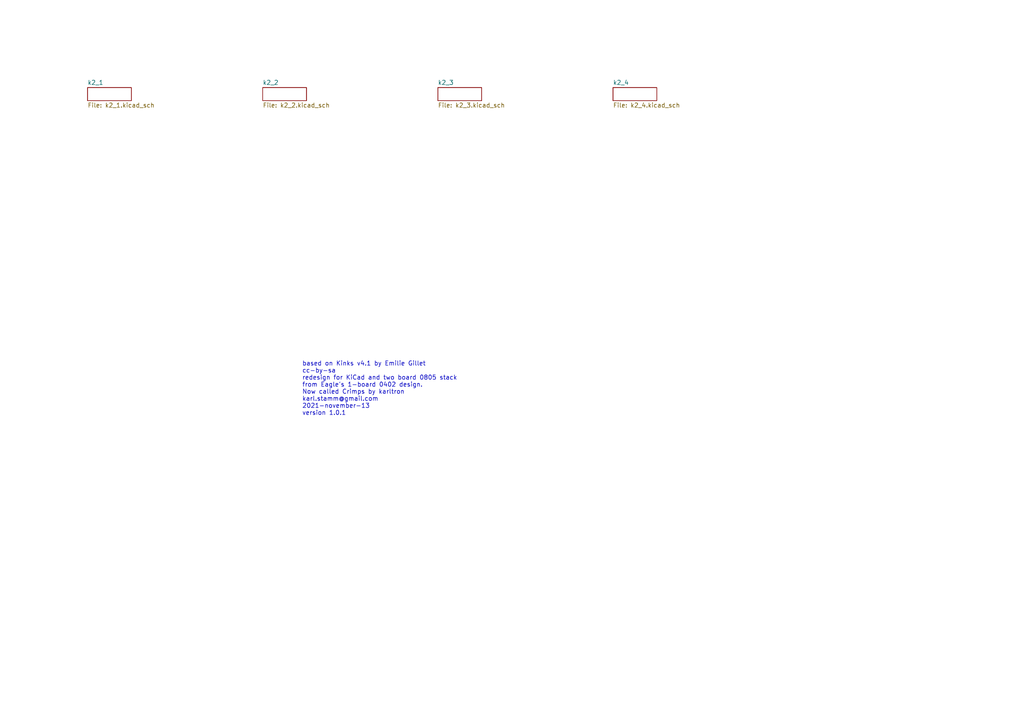
<source format=kicad_sch>
(kicad_sch (version 20230121) (generator eeschema)
  (paper "A4")
  (lib_symbols)
  (text "based on Kinks v4.1 by Emilie Gillet\ncc-by-sa\nredesign for KiCad and two board 0805 stack\nfrom Eagle's 1-board 0402 design.\nNow called Crimps by karltron\nkarl.stamm@gmail.com \n2021-november-13\nversion 1.0.1" (at 87.63 120.65 0) (effects (font (size 1.27 1.27)) (justify left bottom)))
  (sheet (at 25.4 25.4) (size 12.7 3.81)
    (property "Sheetname" "k2_1" (at 25.4 24.6884 0) (effects (justify left bottom)))
    (property "Sheetfile" "k2_1.kicad_sch" (at 25.4 29.7946 0) (effects (justify left top)))
  )
  (sheet (at 76.2 25.4) (size 12.7 3.81)
    (property "Sheetname" "k2_2" (at 76.2 24.6884 0) (effects (justify left bottom)))
    (property "Sheetfile" "k2_2.kicad_sch" (at 76.2 29.7946 0) (effects (justify left top)))
  )
  (sheet (at 127 25.4) (size 12.7 3.81)
    (property "Sheetname" "k2_3" (at 127 24.6884 0) (effects (justify left bottom)))
    (property "Sheetfile" "k2_3.kicad_sch" (at 127 29.7946 0) (effects (justify left top)))
  )
  (sheet (at 177.8 25.4) (size 12.7 3.81)
    (property "Sheetname" "k2_4" (at 177.8 24.6884 0) (effects (justify left bottom)))
    (property "Sheetfile" "k2_4.kicad_sch" (at 177.8 29.7946 0) (effects (justify left top)))
  )
)
</source>
